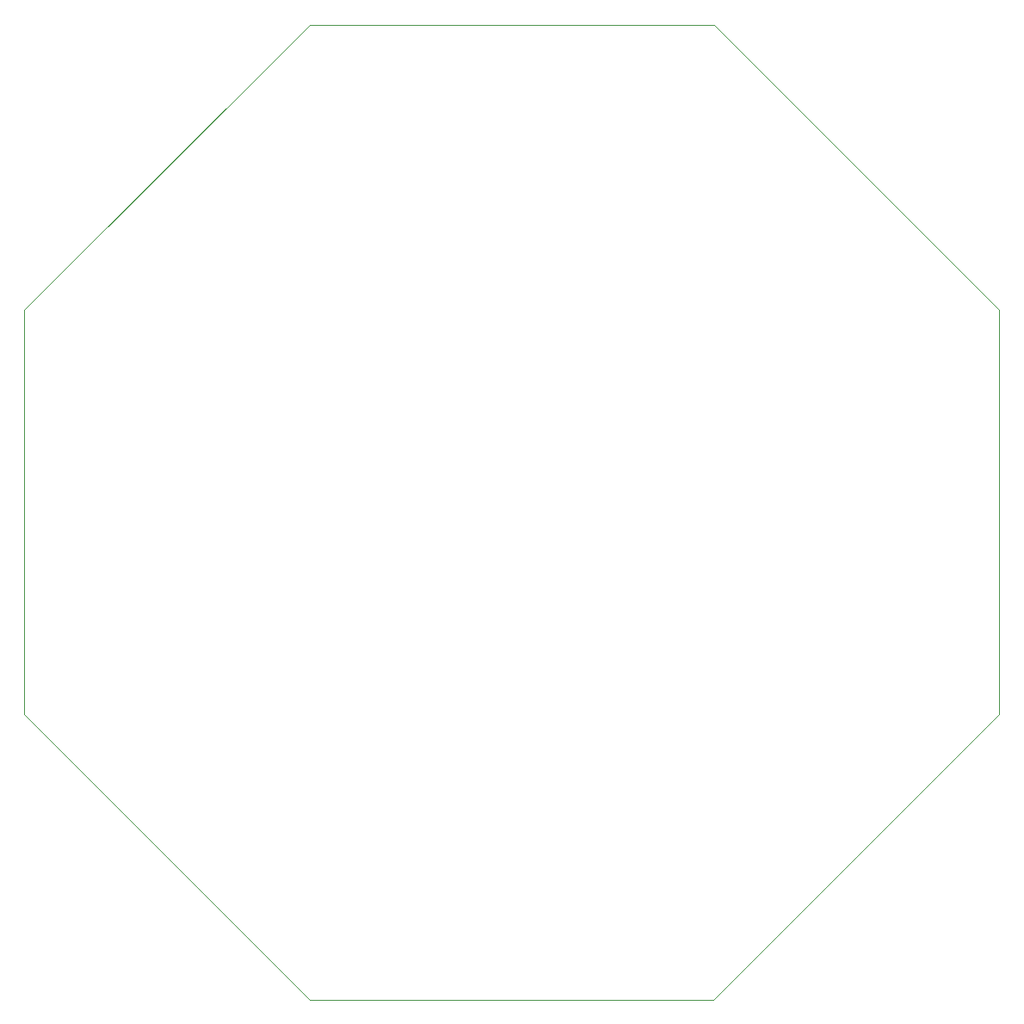
<source format=gko>
%TF.GenerationSoftware,Altium Limited,Altium Designer,18.1.9 (240)*%
G04 Layer_Color=0*
%FSLAX26Y26*%
%MOIN*%
%TF.FileFunction,Profile,NP*%
%TF.Part,Single*%
G01*
G75*
%TA.AperFunction,Profile*%
%ADD52C,0.001000*%
D52*
X40000Y1111622D02*
Y2676622D01*
X1145000Y3781622D01*
X2711622D01*
X3816622Y2676622D01*
Y1111622D01*
X2710000Y5000D01*
X1146622D01*
X40000Y1111622D01*
%TF.MD5,39bf890334bbc3d4692a39817efb6446*%
M02*

</source>
